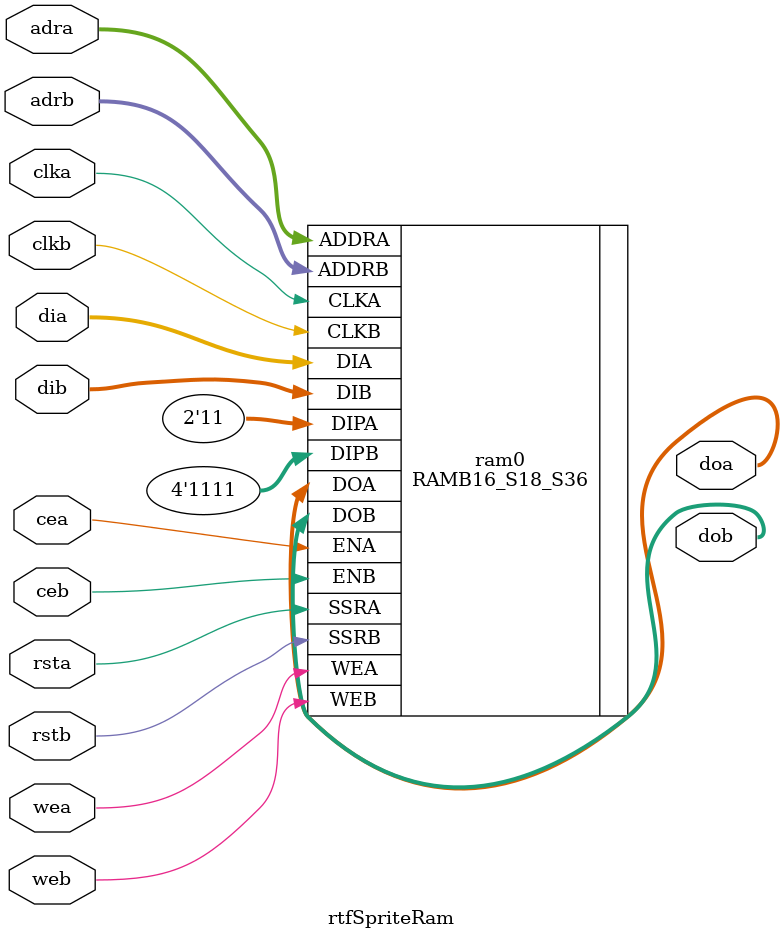
<source format=v>
`timescale 1ns / 1ps

//`define VENDOR_ANY
`define VENDOR_XILINX
`define SPARTAN3

module rtfSpriteRam(
clka, adra, dia, doa, cea, wea, rsta,
clkb, adrb, dib, dob, ceb, web, rstb);
input clka;
input [10:1] adra;
input [15:0] dia;
output [15:0] doa;
input cea;				// clock enable a
input wea;
input rsta;
input clkb;
input [10:2] adrb;
input [31:0] dib;
output [31:0] dob;
input ceb;				// clock enable b
input web;
input rstb;

`ifdef VENDOR_XILINX

`ifdef SPARTAN3
	RAMB16_S18_S36 ram0(
		.CLKA(clka), .ADDRA(adra), .DIA(dia), .DIPA(2'b11), .DOA(doa), .ENA(cea), .WEA(wea), .SSRA(rsta),
		.CLKB(clkb), .ADDRB(adrb), .DIB(dib), .DIPB(4'b1111), .DOB(dob), .ENB(ceb), .WEB(web), .SSRB(rstb)  );
`endif
`ifdef SPARTAN6
	RAMB16_S18_S36 ram0(
		.CLKA(clka), .ADDRA(adra), .DIA(dia), .DIPA(2'b11), .DOA(doa), .ENA(cea), .WEA(wea), .SSRA(rsta),
		.CLKB(clkb), .ADDRB(adrb), .DIB(dib), .DIPB(4'b1111), .DOB(dob), .ENB(ceb), .WEB(web), .SSRB(rstb)  );
`endif
`endif

`ifdef VENDOR_ALTERA
`endif

`ifdef VENDOR_ANY

reg [15:0] memL [0:511];
reg [15:0] memH [0:511];
reg [10:1] radra;
reg [10:2] radrb;

// register read addresses
always @(posedge clka)
	if (cea)
		radra <= adra;
always @(posedge clkb)
	if (ceb)
		radrb <= adrb;


always @(posedge clkb)
	if (ceb)
		if (web) begin
			memL[adrb] <= dib[15: 0];
			memH[adrb] <= dib[31:16];
		end

assign doa = radra[1] ? memH[radra[10:2]] : memL[radra[10:2]];
assign dob = {memH[radrb],memL[radrb]};

`endif

endmodule

</source>
